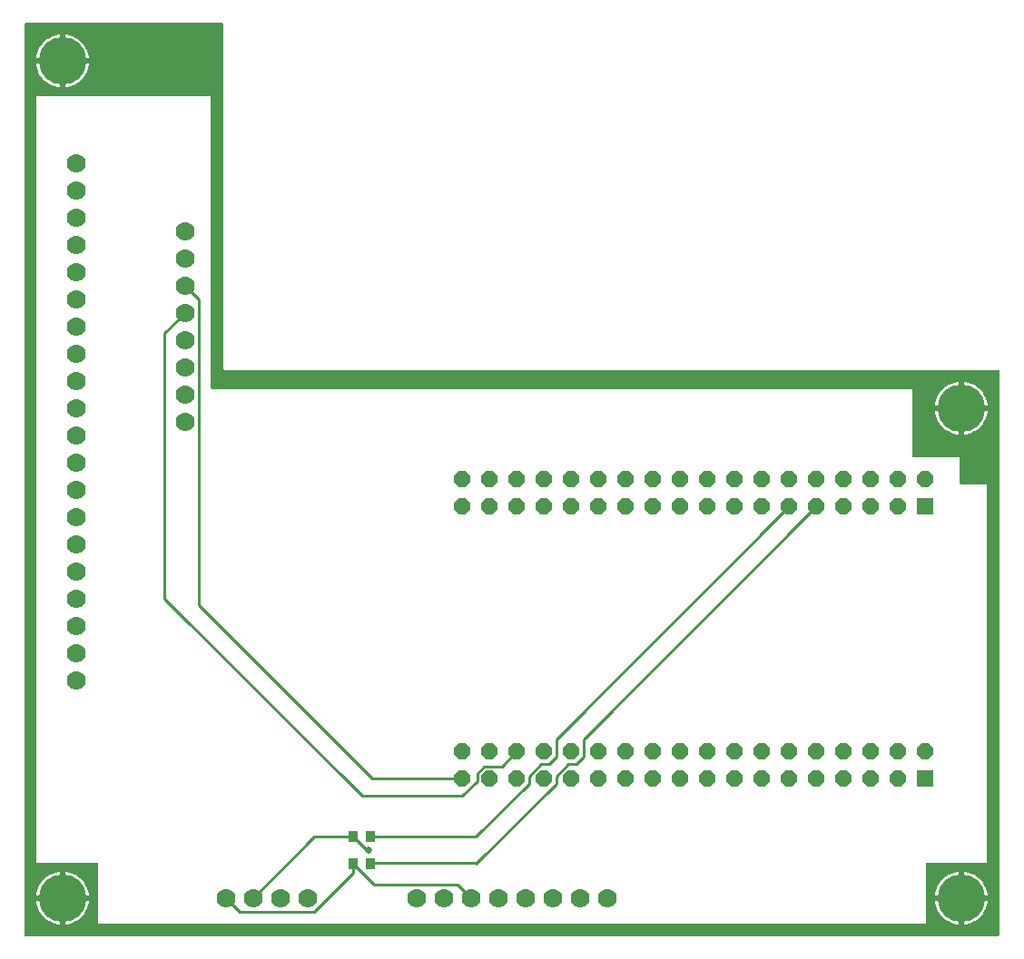
<source format=gbr>
G04 EAGLE Gerber RS-274X export*
G75*
%MOMM*%
%FSLAX34Y34*%
%LPD*%
%INBottom Copper*%
%IPPOS*%
%AMOC8*
5,1,8,0,0,1.08239X$1,22.5*%
G01*
%ADD10C,1.778000*%
%ADD11R,0.949959X1.031241*%
%ADD12R,1.524000X1.524000*%
%ADD13P,1.649562X8X202.500000*%
%ADD14C,4.445000*%
%ADD15C,0.254000*%
%ADD16C,0.654800*%

G36*
X2556Y3692D02*
X2556Y3692D01*
X2563Y3573D01*
X2576Y3535D01*
X2581Y3494D01*
X2624Y3384D01*
X2661Y3271D01*
X2683Y3236D01*
X2698Y3199D01*
X2767Y3103D01*
X2831Y3002D01*
X2861Y2974D01*
X2884Y2941D01*
X2976Y2865D01*
X3063Y2784D01*
X3098Y2764D01*
X3129Y2739D01*
X3237Y2688D01*
X3341Y2630D01*
X3381Y2620D01*
X3417Y2603D01*
X3534Y2581D01*
X3649Y2551D01*
X3709Y2547D01*
X3729Y2543D01*
X3750Y2545D01*
X3810Y2541D01*
X910391Y2541D01*
X910509Y2556D01*
X910628Y2563D01*
X910667Y2575D01*
X910707Y2581D01*
X910817Y2624D01*
X910930Y2661D01*
X910965Y2683D01*
X911003Y2698D01*
X911099Y2767D01*
X911199Y2831D01*
X911227Y2861D01*
X911260Y2884D01*
X911336Y2976D01*
X911417Y3062D01*
X911437Y3098D01*
X911463Y3129D01*
X911513Y3237D01*
X911571Y3341D01*
X911581Y3380D01*
X911598Y3417D01*
X911621Y3534D01*
X911650Y3649D01*
X911654Y3709D01*
X911658Y3729D01*
X911657Y3750D01*
X911661Y3810D01*
X911819Y425450D01*
X911858Y529590D01*
X911843Y529708D01*
X911836Y529827D01*
X911823Y529865D01*
X911818Y529905D01*
X911774Y530016D01*
X911738Y530129D01*
X911716Y530163D01*
X911701Y530201D01*
X911631Y530297D01*
X911567Y530398D01*
X911538Y530426D01*
X911514Y530458D01*
X911423Y530534D01*
X911336Y530616D01*
X911301Y530635D01*
X911270Y530661D01*
X911162Y530712D01*
X911057Y530770D01*
X911018Y530780D01*
X910982Y530797D01*
X910865Y530819D01*
X910749Y530849D01*
X910690Y530853D01*
X910670Y530857D01*
X910649Y530855D01*
X910589Y530859D01*
X189448Y530859D01*
X187959Y532348D01*
X187959Y853440D01*
X187944Y853558D01*
X187937Y853677D01*
X187924Y853715D01*
X187919Y853756D01*
X187876Y853866D01*
X187839Y853979D01*
X187817Y854014D01*
X187802Y854051D01*
X187733Y854147D01*
X187669Y854248D01*
X187639Y854276D01*
X187616Y854309D01*
X187524Y854385D01*
X187437Y854466D01*
X187402Y854486D01*
X187371Y854511D01*
X187263Y854562D01*
X187159Y854620D01*
X187119Y854630D01*
X187083Y854647D01*
X186966Y854669D01*
X186851Y854699D01*
X186791Y854703D01*
X186771Y854707D01*
X186750Y854705D01*
X186690Y854709D01*
X3810Y854709D01*
X3692Y854694D01*
X3573Y854687D01*
X3535Y854674D01*
X3494Y854669D01*
X3384Y854626D01*
X3271Y854589D01*
X3236Y854567D01*
X3199Y854552D01*
X3103Y854483D01*
X3002Y854419D01*
X2974Y854389D01*
X2941Y854366D01*
X2865Y854274D01*
X2784Y854187D01*
X2764Y854152D01*
X2739Y854121D01*
X2688Y854013D01*
X2630Y853909D01*
X2620Y853869D01*
X2603Y853833D01*
X2581Y853716D01*
X2551Y853601D01*
X2547Y853541D01*
X2543Y853521D01*
X2545Y853500D01*
X2541Y853440D01*
X2541Y3810D01*
X2556Y3692D01*
G37*
%LPC*%
G36*
X176531Y786131D02*
X176531Y786131D01*
X176531Y514350D01*
X176546Y514232D01*
X176553Y514113D01*
X176566Y514075D01*
X176571Y514034D01*
X176614Y513924D01*
X176651Y513811D01*
X176673Y513776D01*
X176688Y513739D01*
X176758Y513643D01*
X176821Y513542D01*
X176851Y513514D01*
X176874Y513481D01*
X176966Y513406D01*
X177053Y513324D01*
X177088Y513304D01*
X177119Y513279D01*
X177227Y513228D01*
X177331Y513170D01*
X177371Y513160D01*
X177407Y513143D01*
X177524Y513121D01*
X177639Y513091D01*
X177700Y513087D01*
X177720Y513083D01*
X177740Y513085D01*
X177800Y513081D01*
X830581Y513081D01*
X830581Y450850D01*
X830596Y450732D01*
X830603Y450613D01*
X830616Y450575D01*
X830621Y450534D01*
X830664Y450424D01*
X830701Y450311D01*
X830723Y450276D01*
X830738Y450239D01*
X830808Y450143D01*
X830871Y450042D01*
X830901Y450014D01*
X830924Y449981D01*
X831016Y449906D01*
X831103Y449824D01*
X831138Y449804D01*
X831169Y449779D01*
X831277Y449728D01*
X831381Y449670D01*
X831421Y449660D01*
X831457Y449643D01*
X831574Y449621D01*
X831689Y449591D01*
X831750Y449587D01*
X831770Y449583D01*
X831790Y449585D01*
X831850Y449581D01*
X875031Y449581D01*
X875031Y425450D01*
X875046Y425332D01*
X875053Y425213D01*
X875066Y425175D01*
X875071Y425134D01*
X875114Y425024D01*
X875151Y424911D01*
X875173Y424876D01*
X875188Y424839D01*
X875258Y424743D01*
X875321Y424642D01*
X875351Y424614D01*
X875374Y424581D01*
X875466Y424506D01*
X875553Y424424D01*
X875588Y424404D01*
X875619Y424379D01*
X875727Y424328D01*
X875831Y424270D01*
X875871Y424260D01*
X875907Y424243D01*
X876024Y424221D01*
X876139Y424191D01*
X876200Y424187D01*
X876220Y424183D01*
X876240Y424185D01*
X876300Y424181D01*
X900431Y424181D01*
X900431Y71119D01*
X844550Y71119D01*
X844432Y71104D01*
X844313Y71097D01*
X844275Y71084D01*
X844234Y71079D01*
X844124Y71036D01*
X844011Y70999D01*
X843976Y70977D01*
X843939Y70962D01*
X843843Y70893D01*
X843742Y70829D01*
X843714Y70799D01*
X843681Y70776D01*
X843606Y70684D01*
X843524Y70597D01*
X843504Y70562D01*
X843479Y70531D01*
X843428Y70423D01*
X843370Y70319D01*
X843360Y70279D01*
X843343Y70243D01*
X843321Y70126D01*
X843291Y70011D01*
X843287Y69951D01*
X843283Y69931D01*
X843285Y69910D01*
X843283Y69892D01*
X843283Y69891D01*
X843281Y69850D01*
X843281Y13969D01*
X71119Y13969D01*
X71119Y69850D01*
X71104Y69968D01*
X71097Y70087D01*
X71084Y70125D01*
X71079Y70166D01*
X71036Y70276D01*
X70999Y70389D01*
X70977Y70424D01*
X70962Y70461D01*
X70893Y70557D01*
X70829Y70658D01*
X70799Y70686D01*
X70776Y70719D01*
X70684Y70795D01*
X70597Y70876D01*
X70562Y70896D01*
X70531Y70921D01*
X70423Y70972D01*
X70319Y71030D01*
X70279Y71040D01*
X70243Y71057D01*
X70126Y71079D01*
X70011Y71109D01*
X69951Y71113D01*
X69931Y71117D01*
X69910Y71115D01*
X69850Y71119D01*
X13969Y71119D01*
X13969Y786131D01*
X176531Y786131D01*
G37*
%LPD*%
%LPC*%
G36*
X40639Y821689D02*
X40639Y821689D01*
X40639Y843786D01*
X42255Y843604D01*
X44967Y842985D01*
X47592Y842067D01*
X50099Y840860D01*
X52454Y839380D01*
X54629Y837645D01*
X56595Y835679D01*
X58330Y833504D01*
X59810Y831149D01*
X61017Y828642D01*
X61935Y826017D01*
X62554Y823305D01*
X62736Y821689D01*
X40639Y821689D01*
G37*
%LPD*%
%LPC*%
G36*
X878839Y497839D02*
X878839Y497839D01*
X878839Y519936D01*
X880455Y519754D01*
X883167Y519135D01*
X885792Y518217D01*
X888299Y517010D01*
X890654Y515530D01*
X892829Y513795D01*
X894795Y511829D01*
X896530Y509654D01*
X898010Y507299D01*
X899217Y504792D01*
X900135Y502167D01*
X900754Y499455D01*
X900936Y497839D01*
X878839Y497839D01*
G37*
%LPD*%
%LPC*%
G36*
X40639Y40639D02*
X40639Y40639D01*
X40639Y62736D01*
X42255Y62554D01*
X44967Y61935D01*
X47592Y61017D01*
X50099Y59810D01*
X52454Y58330D01*
X54629Y56595D01*
X56595Y54629D01*
X58330Y52454D01*
X59810Y50099D01*
X61017Y47592D01*
X61935Y44967D01*
X62554Y42255D01*
X62736Y40639D01*
X40639Y40639D01*
G37*
%LPD*%
%LPC*%
G36*
X878839Y40639D02*
X878839Y40639D01*
X878839Y62736D01*
X880455Y62554D01*
X883167Y61935D01*
X885792Y61017D01*
X888299Y59810D01*
X890654Y58330D01*
X892829Y56595D01*
X894795Y54629D01*
X896530Y52454D01*
X898010Y50099D01*
X899217Y47592D01*
X900135Y44967D01*
X900754Y42255D01*
X900936Y40639D01*
X878839Y40639D01*
G37*
%LPD*%
%LPC*%
G36*
X13464Y821689D02*
X13464Y821689D01*
X13646Y823305D01*
X14265Y826017D01*
X15183Y828642D01*
X16390Y831149D01*
X17870Y833504D01*
X19605Y835679D01*
X21571Y837645D01*
X23746Y839380D01*
X26101Y840860D01*
X28608Y842067D01*
X31233Y842985D01*
X33945Y843604D01*
X35561Y843786D01*
X35561Y821689D01*
X13464Y821689D01*
G37*
%LPD*%
%LPC*%
G36*
X40639Y816611D02*
X40639Y816611D01*
X62736Y816611D01*
X62554Y814995D01*
X61935Y812283D01*
X61017Y809658D01*
X59810Y807151D01*
X58330Y804796D01*
X56595Y802621D01*
X54629Y800655D01*
X52454Y798920D01*
X50099Y797440D01*
X47592Y796233D01*
X44967Y795315D01*
X42255Y794696D01*
X40639Y794514D01*
X40639Y816611D01*
G37*
%LPD*%
%LPC*%
G36*
X851664Y497839D02*
X851664Y497839D01*
X851846Y499455D01*
X852465Y502167D01*
X853383Y504792D01*
X854590Y507299D01*
X856070Y509654D01*
X857805Y511829D01*
X859771Y513795D01*
X861946Y515530D01*
X864301Y517010D01*
X866808Y518217D01*
X869433Y519135D01*
X872145Y519754D01*
X873761Y519936D01*
X873761Y497839D01*
X851664Y497839D01*
G37*
%LPD*%
%LPC*%
G36*
X878839Y492761D02*
X878839Y492761D01*
X900936Y492761D01*
X900754Y491145D01*
X900135Y488433D01*
X899217Y485808D01*
X898010Y483301D01*
X896530Y480946D01*
X894795Y478771D01*
X892829Y476805D01*
X890654Y475070D01*
X888299Y473590D01*
X885792Y472383D01*
X883167Y471465D01*
X880455Y470846D01*
X878839Y470664D01*
X878839Y492761D01*
G37*
%LPD*%
%LPC*%
G36*
X13464Y40639D02*
X13464Y40639D01*
X13646Y42255D01*
X14265Y44967D01*
X15183Y47592D01*
X16390Y50099D01*
X17870Y52454D01*
X19605Y54629D01*
X21571Y56595D01*
X23746Y58330D01*
X26101Y59810D01*
X28608Y61017D01*
X31233Y61935D01*
X33945Y62554D01*
X35561Y62736D01*
X35561Y40639D01*
X13464Y40639D01*
G37*
%LPD*%
%LPC*%
G36*
X851664Y40639D02*
X851664Y40639D01*
X851846Y42255D01*
X852465Y44967D01*
X853383Y47592D01*
X854590Y50099D01*
X856070Y52454D01*
X857805Y54629D01*
X859771Y56595D01*
X861946Y58330D01*
X864301Y59810D01*
X866808Y61017D01*
X869433Y61935D01*
X872145Y62554D01*
X873761Y62736D01*
X873761Y40639D01*
X851664Y40639D01*
G37*
%LPD*%
%LPC*%
G36*
X878839Y35561D02*
X878839Y35561D01*
X900936Y35561D01*
X900754Y33945D01*
X900135Y31233D01*
X899217Y28608D01*
X898010Y26101D01*
X896530Y23746D01*
X894795Y21571D01*
X892829Y19605D01*
X890654Y17870D01*
X888299Y16390D01*
X885792Y15183D01*
X883167Y14265D01*
X880455Y13646D01*
X878839Y13464D01*
X878839Y35561D01*
G37*
%LPD*%
%LPC*%
G36*
X40639Y35561D02*
X40639Y35561D01*
X62736Y35561D01*
X62554Y33945D01*
X61935Y31233D01*
X61017Y28608D01*
X59810Y26101D01*
X58330Y23746D01*
X56595Y21571D01*
X54629Y19605D01*
X52454Y17870D01*
X50099Y16390D01*
X47592Y15183D01*
X44967Y14265D01*
X42255Y13646D01*
X40639Y13464D01*
X40639Y35561D01*
G37*
%LPD*%
%LPC*%
G36*
X33945Y794696D02*
X33945Y794696D01*
X31233Y795315D01*
X28608Y796233D01*
X26101Y797440D01*
X23746Y798920D01*
X21571Y800655D01*
X19605Y802621D01*
X17870Y804796D01*
X16390Y807151D01*
X15183Y809658D01*
X14265Y812283D01*
X13646Y814995D01*
X13464Y816611D01*
X35561Y816611D01*
X35561Y794514D01*
X33945Y794696D01*
G37*
%LPD*%
%LPC*%
G36*
X872145Y470846D02*
X872145Y470846D01*
X869433Y471465D01*
X866808Y472383D01*
X864301Y473590D01*
X861946Y475070D01*
X859771Y476805D01*
X857805Y478771D01*
X856070Y480946D01*
X854590Y483301D01*
X853383Y485808D01*
X852465Y488433D01*
X851846Y491145D01*
X851664Y492761D01*
X873761Y492761D01*
X873761Y470664D01*
X872145Y470846D01*
G37*
%LPD*%
%LPC*%
G36*
X872145Y13646D02*
X872145Y13646D01*
X869433Y14265D01*
X866808Y15183D01*
X864301Y16390D01*
X861946Y17870D01*
X859771Y19605D01*
X857805Y21571D01*
X856070Y23746D01*
X854590Y26101D01*
X853383Y28608D01*
X852465Y31233D01*
X851846Y33945D01*
X851664Y35561D01*
X873761Y35561D01*
X873761Y13464D01*
X872145Y13646D01*
G37*
%LPD*%
%LPC*%
G36*
X33945Y13646D02*
X33945Y13646D01*
X31233Y14265D01*
X28608Y15183D01*
X26101Y16390D01*
X23746Y17870D01*
X21571Y19605D01*
X19605Y21571D01*
X17870Y23746D01*
X16390Y26101D01*
X15183Y28608D01*
X14265Y31233D01*
X13646Y33945D01*
X13464Y35561D01*
X35561Y35561D01*
X35561Y13464D01*
X33945Y13646D01*
G37*
%LPD*%
%LPC*%
G36*
X38099Y819149D02*
X38099Y819149D01*
X38099Y819151D01*
X38101Y819151D01*
X38101Y819149D01*
X38099Y819149D01*
G37*
%LPD*%
%LPC*%
G36*
X876299Y495299D02*
X876299Y495299D01*
X876299Y495301D01*
X876301Y495301D01*
X876301Y495299D01*
X876299Y495299D01*
G37*
%LPD*%
%LPC*%
G36*
X876299Y38099D02*
X876299Y38099D01*
X876299Y38101D01*
X876301Y38101D01*
X876301Y38099D01*
X876299Y38099D01*
G37*
%LPD*%
%LPC*%
G36*
X38099Y38099D02*
X38099Y38099D01*
X38099Y38101D01*
X38101Y38101D01*
X38101Y38099D01*
X38099Y38099D01*
G37*
%LPD*%
D10*
X190500Y38100D03*
X215900Y38100D03*
X241300Y38100D03*
X266700Y38100D03*
X368300Y38100D03*
X393700Y38100D03*
X419100Y38100D03*
X444500Y38100D03*
X469900Y38100D03*
X495300Y38100D03*
X520700Y38100D03*
X546100Y38100D03*
X50800Y723900D03*
X50800Y698500D03*
X50800Y673100D03*
X50800Y647700D03*
X50800Y622300D03*
X50800Y596900D03*
X50800Y571500D03*
X50800Y546100D03*
X50800Y520700D03*
X50800Y495300D03*
X50800Y469900D03*
X50800Y444500D03*
X50800Y419100D03*
X50800Y393700D03*
X50800Y368300D03*
X50800Y342900D03*
X50800Y317500D03*
X50800Y292100D03*
X50800Y266700D03*
X50800Y241300D03*
D11*
X325501Y69850D03*
X309499Y69850D03*
X309499Y95250D03*
X325501Y95250D03*
D10*
X152400Y482600D03*
X152400Y508000D03*
X152400Y533400D03*
X152400Y558800D03*
X152400Y584200D03*
X152400Y609600D03*
X152400Y635000D03*
X152400Y660400D03*
D12*
X842600Y149600D03*
D13*
X842600Y175000D03*
X817200Y149600D03*
X817200Y175000D03*
X791800Y149600D03*
X791800Y175000D03*
X766400Y149600D03*
X766400Y175000D03*
X741000Y149600D03*
X741000Y175000D03*
X715600Y149600D03*
X715600Y175000D03*
X690200Y149600D03*
X690200Y175000D03*
X664800Y149600D03*
X664800Y175000D03*
X639400Y149600D03*
X639400Y175000D03*
X614000Y149600D03*
X614000Y175000D03*
X588600Y149600D03*
X588600Y175000D03*
X563200Y149600D03*
X563200Y175000D03*
X537800Y149600D03*
X537800Y175000D03*
X512400Y149600D03*
X512400Y175000D03*
X487000Y149600D03*
X487000Y175000D03*
X461600Y149600D03*
X461600Y175000D03*
X436200Y149600D03*
X436200Y175000D03*
X410800Y149600D03*
X410800Y175000D03*
D12*
X842600Y403600D03*
D13*
X842600Y429000D03*
X817200Y403600D03*
X817200Y429000D03*
X791800Y403600D03*
X791800Y429000D03*
X766400Y403600D03*
X766400Y429000D03*
X741000Y403600D03*
X741000Y429000D03*
X715600Y403600D03*
X715600Y429000D03*
X690200Y403600D03*
X690200Y429000D03*
X664800Y403600D03*
X664800Y429000D03*
X639400Y403600D03*
X639400Y429000D03*
X614000Y403600D03*
X614000Y429000D03*
X588600Y403600D03*
X588600Y429000D03*
X563200Y403600D03*
X563200Y429000D03*
X537800Y403600D03*
X537800Y429000D03*
X512400Y403600D03*
X512400Y429000D03*
X487000Y403600D03*
X487000Y429000D03*
X461600Y403600D03*
X461600Y429000D03*
X436200Y403600D03*
X436200Y429000D03*
X410800Y403600D03*
X410800Y429000D03*
D14*
X38100Y38100D03*
X876300Y38100D03*
X876300Y495300D03*
X38100Y819150D03*
D15*
X523830Y170266D02*
X517135Y163570D01*
X523830Y186430D02*
X741000Y403600D01*
X523830Y186430D02*
X523830Y170266D01*
X517135Y163570D02*
X510206Y163570D01*
X498430Y151795D01*
X498430Y144866D01*
X424432Y70868D01*
X423415Y69850D01*
X424432Y70868D02*
X326519Y70868D01*
X325501Y69850D01*
X491735Y163570D02*
X498430Y170266D01*
X498430Y186430D02*
X715600Y403600D01*
X498430Y186430D02*
X498430Y170266D01*
X491735Y163570D02*
X484806Y163570D01*
X473030Y151795D01*
X473030Y144866D01*
X423415Y95250D01*
X325501Y95250D01*
X326650Y149600D02*
X410800Y149600D01*
X326650Y149600D02*
X165100Y311150D01*
X165100Y596900D02*
X152400Y609600D01*
X165100Y596900D02*
X165100Y311150D01*
X133350Y565150D02*
X152400Y584200D01*
X133350Y565150D02*
X133350Y317500D01*
X317500Y133350D01*
X424770Y154335D02*
X431466Y161030D01*
X447630Y161030D02*
X461600Y175000D01*
X447630Y161030D02*
X431466Y161030D01*
X424770Y147406D02*
X410715Y133350D01*
X424770Y147406D02*
X424770Y154335D01*
X410715Y133350D02*
X317500Y133350D01*
X309499Y69850D02*
X328549Y50800D01*
X406400Y50800D01*
X419100Y38100D01*
X309499Y61849D02*
X309499Y69850D01*
X309499Y61849D02*
X273050Y25400D01*
X203200Y25400D01*
X190500Y38100D01*
X273050Y95250D02*
X309499Y95250D01*
X273050Y95250D02*
X215900Y38100D01*
D16*
X323850Y82550D03*
D15*
X322199Y82550D01*
X309499Y95250D01*
M02*

</source>
